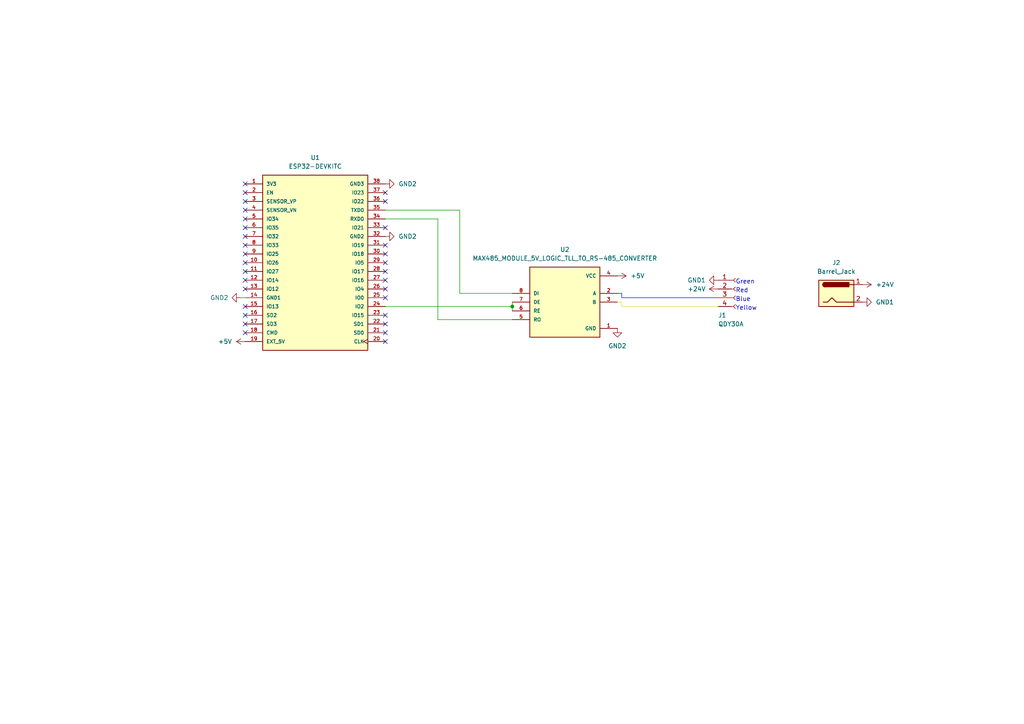
<source format=kicad_sch>
(kicad_sch (version 20211123) (generator eeschema)
  (paper "A4")
  (title_block (title "Waterput V4") (date "2025-09-15") (rev "V1"))
  (lib_symbols
    (symbol "Connector:Barrel_Jack" (pin_names (offset 1.016))
      (property "Reference" "J" (at 0 5.334 0))
      (property "Value" "Barrel_Jack" (at 0 -5.08 0))
      (symbol "Barrel_Jack_0_1"
        (rectangle (start -5.08 3.81) (end 5.08 -3.81) (stroke (width 0.254)) (fill (type background)))
        (arc (start -3.302 3.175) (mid -3.937 2.54) (end -3.302 1.905) (stroke (width 0.254)))
        (arc (start -3.302 3.175) (mid -3.937 2.54) (end -3.302 1.905) (stroke (width 0.254)) (fill (type outline)))
        (polyline (pts (xy 5.08 2.54) (xy 3.81 2.54)) (stroke (width 0.254)))
        (polyline (pts (xy -3.81 -2.54) (xy -2.54 -2.54) (xy -1.27 -1.27) (xy 0 -2.54) (xy 2.54 -2.54) (xy 5.08 -2.54)) (stroke (width 0.254)))
        (rectangle (start 3.683 3.175) (end -3.302 1.905) (stroke (width 0.254)) (fill (type outline)))
      )
      (symbol "Barrel_Jack_1_1"
        (pin passive line (at 7.62 2.54 180) (length 2.54) (name "~") (number "1"))
        (pin passive line (at 7.62 -2.54 180) (length 2.54) (name "~") (number "2"))
      )
    )
    (symbol "Connector:Conn_01x04_Female" (pin_names (offset 1.016) hide)
      (property "Reference" "J" (at 0 5.08 0))
      (property "Value" "Conn_01x04_Female" (at 0 -7.62 0))
      (symbol "Conn_01x04_Female_1_1"
        (arc (start 0 -4.572) (mid -0.508 -5.08) (end 0 -5.588) (stroke (width 0.1524)))
        (arc (start 0 -2.032) (mid -0.508 -2.54) (end 0 -3.048) (stroke (width 0.1524)))
        (polyline (pts (xy -1.27 -5.08) (xy -0.508 -5.08)) (stroke (width 0.1524)))
        (polyline (pts (xy -1.27 -2.54) (xy -0.508 -2.54)) (stroke (width 0.1524)))
        (polyline (pts (xy -1.27 0) (xy -0.508 0)) (stroke (width 0.1524)))
        (polyline (pts (xy -1.27 2.54) (xy -0.508 2.54)) (stroke (width 0.1524)))
        (arc (start 0 0.508) (mid -0.508 0) (end 0 -0.508) (stroke (width 0.1524)))
        (arc (start 0 3.048) (mid -0.508 2.54) (end 0 2.032) (stroke (width 0.1524)))
        (pin passive line (at -5.08 2.54 0) (length 3.81) (name "Pin_1") (number "1"))
        (pin passive line (at -5.08 0 0) (length 3.81) (name "Pin_2") (number "2"))
        (pin passive line (at -5.08 -2.54 0) (length 3.81) (name "Pin_3") (number "3"))
        (pin passive line (at -5.08 -5.08 0) (length 3.81) (name "Pin_4") (number "4"))
      )
    )
    (symbol "ESP32-DEVKITC:ESP32-DEVKITC" (pin_names (offset 1.016))
      (property "Reference" "U" (at -15.2572 26.0643 0))
      (property "Value" "ESP32-DEVKITC" (at -15.2563 -27.9698 0))
      (symbol "ESP32-DEVKITC_0_0"
        (rectangle (start -15.24 -25.4) (end 15.24 25.4) (stroke (width 0.254)) (fill (type background)))
        (pin power_in line (at -20.32 22.86 0) (length 5.08) (name "3V3") (number "1"))
        (pin bidirectional line (at -20.32 0 0) (length 5.08) (name "IO26") (number "10"))
        (pin bidirectional line (at -20.32 -2.54 0) (length 5.08) (name "IO27") (number "11"))
        (pin bidirectional line (at -20.32 -5.08 0) (length 5.08) (name "IO14") (number "12"))
        (pin bidirectional line (at -20.32 -7.62 0) (length 5.08) (name "IO12") (number "13"))
        (pin power_in line (at -20.32 -10.16 0) (length 5.08) (name "GND1") (number "14"))
        (pin bidirectional line (at -20.32 -12.7 0) (length 5.08) (name "IO13") (number "15"))
        (pin bidirectional line (at -20.32 -15.24 0) (length 5.08) (name "SD2") (number "16"))
        (pin bidirectional line (at -20.32 -17.78 0) (length 5.08) (name "SD3") (number "17"))
        (pin bidirectional line (at -20.32 -20.32 0) (length 5.08) (name "CMD") (number "18"))
        (pin power_in line (at -20.32 -22.86 0) (length 5.08) (name "EXT_5V") (number "19"))
        (pin input line (at -20.32 20.32 0) (length 5.08) (name "EN") (number "2"))
        (pin input clock (at 20.32 -22.86 180) (length 5.08) (name "CLK") (number "20"))
        (pin bidirectional line (at 20.32 -20.32 180) (length 5.08) (name "SD0") (number "21"))
        (pin bidirectional line (at 20.32 -17.78 180) (length 5.08) (name "SD1") (number "22"))
        (pin bidirectional line (at 20.32 -15.24 180) (length 5.08) (name "IO15") (number "23"))
        (pin bidirectional line (at 20.32 -12.7 180) (length 5.08) (name "IO2") (number "24"))
        (pin bidirectional line (at 20.32 -10.16 180) (length 5.08) (name "IO0") (number "25"))
        (pin bidirectional line (at 20.32 -7.62 180) (length 5.08) (name "IO4") (number "26"))
        (pin bidirectional line (at 20.32 -5.08 180) (length 5.08) (name "IO16") (number "27"))
        (pin bidirectional line (at 20.32 -2.54 180) (length 5.08) (name "IO17") (number "28"))
        (pin bidirectional line (at 20.32 0 180) (length 5.08) (name "IO5") (number "29"))
        (pin input line (at -20.32 17.78 0) (length 5.08) (name "SENSOR_VP") (number "3"))
        (pin bidirectional line (at 20.32 2.54 180) (length 5.08) (name "IO18") (number "30"))
        (pin bidirectional line (at 20.32 5.08 180) (length 5.08) (name "IO19") (number "31"))
        (pin power_in line (at 20.32 7.62 180) (length 5.08) (name "GND2") (number "32"))
        (pin bidirectional line (at 20.32 10.16 180) (length 5.08) (name "IO21") (number "33"))
        (pin input line (at 20.32 12.7 180) (length 5.08) (name "RXD0") (number "34"))
        (pin output line (at 20.32 15.24 180) (length 5.08) (name "TXD0") (number "35"))
        (pin bidirectional line (at 20.32 17.78 180) (length 5.08) (name "IO22") (number "36"))
        (pin bidirectional line (at 20.32 20.32 180) (length 5.08) (name "IO23") (number "37"))
        (pin power_in line (at 20.32 22.86 180) (length 5.08) (name "GND3") (number "38"))
        (pin input line (at -20.32 15.24 0) (length 5.08) (name "SENSOR_VN") (number "4"))
        (pin bidirectional line (at -20.32 12.7 0) (length 5.08) (name "IO34") (number "5"))
        (pin bidirectional line (at -20.32 10.16 0) (length 5.08) (name "IO35") (number "6"))
        (pin bidirectional line (at -20.32 7.62 0) (length 5.08) (name "IO32") (number "7"))
        (pin bidirectional line (at -20.32 5.08 0) (length 5.08) (name "IO33") (number "8"))
        (pin bidirectional line (at -20.32 2.54 0) (length 5.08) (name "IO25") (number "9"))
      )
    )
    (symbol "MAX485_MODULE_5V_LOGIC_TLL_TO_RS-485_CONVERTER:MAX485_MODULE_5V_LOGIC_TLL_TO_RS-485_CONVERTER" (pin_names (offset 1.016))
      (property "Reference" "U" (at -10.16 11.43 0))
      (property "Value" "MAX485_MODULE_5V_LOGIC_TLL_TO_RS-485_CONVERTER" (at -10.16 -12.7 0))
      (symbol "MAX485_MODULE_5V_LOGIC_TLL_TO_RS-485_CONVERTER_0_0"
        (rectangle (start -10.16 -10.16) (end 10.16 10.16) (stroke (width 0.254)) (fill (type background)))
        (pin power_in line (at 15.24 -7.62 180) (length 5.08) (name "GND") (number "1"))
        (pin bidirectional line (at 15.24 2.54 180) (length 5.08) (name "A") (number "2"))
        (pin bidirectional line (at 15.24 0 180) (length 5.08) (name "B") (number "3"))
        (pin power_in line (at 15.24 7.62 180) (length 5.08) (name "VCC") (number "4"))
        (pin output line (at -15.24 -5.08 0) (length 5.08) (name "RO") (number "5"))
        (pin input line (at -15.24 -2.54 0) (length 5.08) (name "RE") (number "6"))
        (pin input line (at -15.24 0 0) (length 5.08) (name "DE") (number "7"))
        (pin input line (at -15.24 2.54 0) (length 5.08) (name "DI") (number "8"))
      )
    )
    (symbol "power:+24V" (power) (pin_names (offset 0))
      (property "Value" "+24V" (at 0 3.556 0))
      (symbol "+24V_0_1"
        (polyline (pts (xy -0.762 1.27) (xy 0 2.54)))
        (polyline (pts (xy 0 0) (xy 0 2.54)))
        (polyline (pts (xy 0 2.54) (xy 0.762 1.27)))
      )
      (symbol "+24V_1_1"
        (pin power_in line (at 0 0 90) (length 0) hide (name "+24V") (number "1"))
      )
    )
    (symbol "power:+5V" (power) (pin_names (offset 0))
      (property "Value" "+5V" (at 0 3.556 0))
      (symbol "+5V_0_1"
        (polyline (pts (xy -0.762 1.27) (xy 0 2.54)))
        (polyline (pts (xy 0 0) (xy 0 2.54)))
        (polyline (pts (xy 0 2.54) (xy 0.762 1.27)))
      )
      (symbol "+5V_1_1"
        (pin power_in line (at 0 0 90) (length 0) hide (name "+5V") (number "1"))
      )
    )
    (symbol "power:GND1" (power) (pin_names (offset 0))
      (property "Value" "GND1" (at 0 -3.81 0))
      (symbol "GND1_0_1"
        (polyline (pts (xy 0 0) (xy 0 -1.27) (xy 1.27 -1.27) (xy 0 -2.54) (xy -1.27 -1.27) (xy 0 -1.27)))
      )
      (symbol "GND1_1_1"
        (pin power_in line (at 0 0 270) (length 0) hide (name "GND1") (number "1"))
      )
    )
    (symbol "power:GND2" (power) (pin_names (offset 0))
      (property "Value" "GND2" (at 0 -3.81 0))
      (symbol "GND2_0_1"
        (polyline (pts (xy 0 0) (xy 0 -1.27) (xy 1.27 -1.27) (xy 0 -2.54) (xy -1.27 -1.27) (xy 0 -1.27)))
      )
      (symbol "GND2_1_1"
        (pin power_in line (at 0 0 270) (length 0) hide (name "GND2") (number "1"))
      )
    )
  )
  (junction (at 148.59 88.9))
  (no_connect (at 111.76 76.2))
  (no_connect (at 111.76 78.74))
  (no_connect (at 111.76 83.82))
  (no_connect (at 111.76 81.28))
  (no_connect (at 111.76 71.12))
  (no_connect (at 111.76 73.66))
  (no_connect (at 111.76 55.88))
  (no_connect (at 111.76 58.42))
  (no_connect (at 111.76 66.04))
  (no_connect (at 111.76 86.36))
  (no_connect (at 71.12 68.58))
  (no_connect (at 71.12 66.04))
  (no_connect (at 71.12 63.5))
  (no_connect (at 71.12 60.96))
  (no_connect (at 71.12 58.42))
  (no_connect (at 111.76 96.52))
  (no_connect (at 111.76 99.06))
  (no_connect (at 71.12 96.52))
  (no_connect (at 71.12 55.88))
  (no_connect (at 71.12 53.34))
  (no_connect (at 111.76 91.44))
  (no_connect (at 111.76 93.98))
  (no_connect (at 71.12 93.98))
  (no_connect (at 71.12 91.44))
  (no_connect (at 71.12 88.9))
  (no_connect (at 71.12 83.82))
  (no_connect (at 71.12 81.28))
  (no_connect (at 71.12 78.74))
  (no_connect (at 71.12 76.2))
  (no_connect (at 71.12 73.66))
  (no_connect (at 71.12 71.12))
  (wire (pts (xy 69.85 86.36) (xy 71.12 86.36)))
  (wire (pts (xy 180.34 87.63) (xy 179.07 87.63)) (stroke (width 0) (color 228 215 57 1)))
  (wire (pts (xy 148.59 92.71) (xy 127 92.71)))
  (wire (pts (xy 111.76 63.5) (xy 127 63.5)))
  (wire (pts (xy 180.34 86.36) (xy 208.28 86.36)) (stroke (width 0) (color 0 0 255 1)))
  (wire (pts (xy 180.34 88.9) (xy 208.28 88.9)) (stroke (width 0) (color 228 215 57 1)))
  (wire (pts (xy 148.59 87.63) (xy 148.59 88.9)))
  (wire (pts (xy 111.76 88.9) (xy 148.59 88.9)))
  (wire (pts (xy 180.34 88.9) (xy 180.34 87.63)) (stroke (width 0) (color 228 215 57 1)))
  (wire (pts (xy 148.59 88.9) (xy 148.59 90.17)))
  (wire (pts (xy 180.34 85.09) (xy 180.34 86.36)) (stroke (width 0) (color 0 0 255 1)))
  (wire (pts (xy 148.59 85.09) (xy 133.35 85.09)))
  (wire (pts (xy 133.35 60.96) (xy 111.76 60.96)))
  (wire (pts (xy 133.35 85.09) (xy 133.35 60.96)))
  (wire (pts (xy 179.07 85.09) (xy 180.34 85.09)) (stroke (width 0) (color 0 0 255 1)))
  (wire (pts (xy 127 92.71) (xy 127 63.5)))
  (text "Red\n" (at 213.36 85.09 0) (effects (font (size 1.27 1.27)) (justify left bottom)))
  (text "Blue\n" (at 213.36 87.63 0) (effects (font (size 1.27 1.27)) (justify left bottom)))
  (text "Yellow\n" (at 213.36 90.17 0) (effects (font (size 1.27 1.27)) (justify left bottom)))
  (text "Green" (at 213.36 82.55 0) (effects (font (size 1.27 1.27)) (justify left bottom)))
  (symbol (lib_id "ESP32-DEVKITC:ESP32-DEVKITC") (at 91.44 76.2 0) (unit 1)
    (property "Reference" "U1" (at 91.44 45.72 0))
    (property "Value" "ESP32-DEVKITC" (at 91.44 48.26 0))
    (property "Footprint" "ESP32-DEVKITC:MODULE_ESP32-DEVKITC" (effects hide))
    (property "MF" "Espressif Systems" (effects hide))
    (property "Description" "\n                        \n                            ESP32-WROOM-32UE series Transceiver; 802.11 b/g/n (Wi-Fi, WiFi, WLAN), Bluetooth ® Smart Ready 4.x Dual Mode Evaluation Board\n                        \n" (effects hide))
    (property "Package" "None" (effects hide))
    (property "Price" "None" (effects hide))
    (property "Check_prices" "https://www.snapeda.com/parts/ESP32-DEVKITC/Espressif+Systems/view-part/?ref=eda" (effects hide))
    (property "STANDARD" "Manufacturer Recommendations" (effects hide))
    (property "PARTREV" "N/A" (effects hide))
    (property "SnapEDA_Link" "https://www.snapeda.com/parts/ESP32-DEVKITC/Espressif+Systems/view-part/?ref=snap" (effects hide))
    (property "MP" "ESP32-DEVKITC" (effects hide))
    (property "Availability" "In Stock" (effects hide))
    (property "MANUFACTURER" "ESPRESSIF" (effects hide))
  )
  (symbol (lib_id "power:GND2") (at 111.76 53.34 90) (unit 1)
    (property "Reference" "#PWR0103" (effects hide))
    (property "Value" "GND2" (at 115.57 53.3399 90) (effects (justify right)))
  )
  (symbol (lib_id "power:GND2") (at 69.85 86.36 270) (unit 1)
    (property "Reference" "#PWR?" (effects hide))
    (property "Value" "GND2" (at 60.96 86.36 90) (effects (justify left)))
  )
  (symbol (lib_id "power:+5V") (at 179.07 80.01 270) (unit 1)
    (property "Reference" "#PWR0108" (effects hide))
    (property "Value" "+5V" (at 182.88 80.0099 90) (effects (justify left)))
  )
  (symbol (lib_id "power:+24V") (at 250.19 82.55 270) (unit 1)
    (property "Reference" "#PWR0102" (effects hide))
    (property "Value" "+24V" (at 254 82.5499 90) (effects (justify left)))
  )
  (symbol (lib_id "power:GND2") (at 179.07 95.25 0) (unit 1)
    (property "Reference" "#PWR0107" (effects hide))
    (property "Value" "GND2" (at 179.07 100.33 0))
  )
  (symbol (lib_id "Connector:Barrel_Jack") (at 242.57 85.09 0) (unit 1)
    (property "Reference" "J2" (at 242.57 76.2 0))
    (property "Value" "Barrel_Jack" (at 242.57 78.74 0))
    (property "Footprint" "Connector_BarrelJack:BarrelJack_Horizontal" (effects hide))
  )
  (symbol (lib_id "power:GND2") (at 111.76 68.58 90) (unit 1)
    (property "Reference" "#PWR?" (effects hide))
    (property "Value" "GND2" (at 115.57 68.5799 90) (effects (justify right)))
  )
  (symbol (lib_id "power:GND1") (at 208.28 81.28 270) (unit 1)
    (property "Reference" "#PWR0106" (effects hide))
    (property "Value" "GND1" (at 199.39 81.28 90) (effects (justify left)))
  )
  (symbol (lib_id "power:+5V") (at 71.12 99.06 90) (unit 1)
    (property "Reference" "#PWR0104" (effects hide))
    (property "Value" "+5V" (at 67.31 99.0599 90) (effects (justify left)))
  )
  (symbol (lib_id "power:GND1") (at 250.19 87.63 90) (unit 1)
    (property "Reference" "#PWR0101" (effects hide))
    (property "Value" "GND1" (at 254 87.6299 90) (effects (justify right)))
  )
  (symbol (lib_id "MAX485_MODULE_5V_LOGIC_TLL_TO_RS-485_CONVERTER:MAX485_MODULE_5V_LOGIC_TLL_TO_RS-485_CONVERTER") (at 163.83 87.63 0) (unit 1)
    (property "Reference" "U2" (at 163.83 72.39 0))
    (property "Value" "MAX485_MODULE_5V_LOGIC_TLL_TO_RS-485_CONVERTER" (at 163.83 74.93 0))
    (property "Footprint" "MAX485_MODULE_5V_LOGIC_TLL_TO_RS-485_CONVERTER:MODULE_MAX485_MODULE_5V_LOGIC_TLL_TO_RS-485_CONVERTER" (effects hide))
    (property "MF" "e-Gizmo Mechatronix Central" (effects hide))
    (property "Description" "\n                        \n                            5V MAX485 TTL To RS485 Converter Module Board  for Arduino\n                        \n" (effects hide))
    (property "Package" "Package" (effects hide))
    (property "Price" "None" (effects hide))
    (property "Check_prices" "https://www.snapeda.com/parts/MAX485%20Module%205V%20logic%20TLL%20to%20RS-485%20converter/e-Gizmo+Mechatronix+Central/view-part/?ref=eda" (effects hide))
    (property "STANDARD" "Manufacturer Recommendations" (effects hide))
    (property "PARTREV" "1r0" (effects hide))
    (property "SnapEDA_Link" "https://www.snapeda.com/parts/MAX485%20Module%205V%20logic%20TLL%20to%20RS-485%20converter/e-Gizmo+Mechatronix+Central/view-part/?ref=snap" (effects hide))
    (property "MP" "MAX485 Module 5V logic TLL to RS-485 converter" (effects hide))
    (property "Availability" "Not in stock" (effects hide))
    (property "MANUFACTURER" "e-Gizmo" (effects hide))
  )
  (symbol (lib_id "power:+24V") (at 208.28 83.82 90) (unit 1)
    (property "Reference" "#PWR0105" (effects hide))
    (property "Value" "+24V" (at 199.39 83.82 90) (effects (justify right)))
  )
  (symbol (lib_id "Connector:Conn_01x04_Female") (at 213.36 83.82 0) (unit 1)
    (property "Reference" "J1" (at 208.28 91.44 0) (effects (justify left)))
    (property "Value" "QDY30A" (at 208.28 93.98 0) (effects (justify left)))
    (property "Footprint" "Connector_JST:JST_XH_B4B-XH-AM_1x04_P2.50mm_Vertical" (effects hide))
  )
)
</source>
